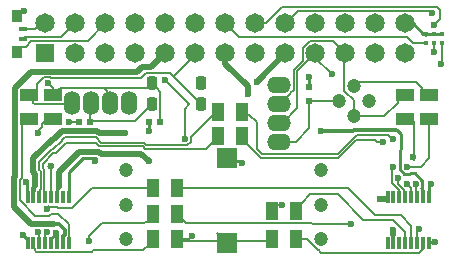
<source format=gtl>
%FSTAX23Y23*%
%MOIN*%
%SFA1B1*%

%IPPOS*%
%AMD49*
4,1,8,0.017700,-0.012800,0.017700,0.012800,0.008900,0.021700,-0.008900,0.021700,-0.017700,0.012800,-0.017700,-0.012800,-0.008900,-0.021700,0.008900,-0.021700,0.017700,-0.012800,0.0*
1,1,0.017720,0.008900,-0.012800*
1,1,0.017720,0.008900,0.012800*
1,1,0.017720,-0.008900,0.012800*
1,1,0.017720,-0.008900,-0.012800*
%
%ADD12C,0.010000*%
%ADD14C,0.006000*%
%ADD31R,0.011810X0.039370*%
%ADD32R,0.070870X0.068900*%
%ADD33R,0.040000X0.060000*%
%ADD34R,0.022000X0.023620*%
%ADD35R,0.017720X0.017720*%
%ADD36R,0.015750X0.017720*%
%ADD37R,0.031500X0.015750*%
%ADD38R,0.035430X0.039370*%
%ADD39R,0.060000X0.040000*%
%ADD40R,0.021650X0.021650*%
%ADD41C,0.014000*%
%ADD42C,0.020000*%
%ADD43C,0.012000*%
%ADD44C,0.064960*%
%ADD45R,0.064960X0.064960*%
%ADD46O,0.055120X0.078740*%
%ADD47O,0.078740X0.055120*%
%ADD48C,0.047240*%
G04~CAMADD=49~8~0.0~0.0~433.1~354.3~88.6~0.0~15~0.0~0.0~0.0~0.0~0~0.0~0.0~0.0~0.0~0~0.0~0.0~0.0~270.0~356.0~433.0*
%ADD49D49*%
%ADD50C,0.023620*%
%LNfront_flex_dev_board-1*%
%LPD*%
G54D12*
X00055Y0025D02*
X0006Y00244D01*
X01335Y0028D02*
X01352D01*
X01377Y00254*
X014Y00245D02*
X01405D01*
X01398Y00243D02*
X014Y00245D01*
X01377Y00235D02*
Y00254D01*
X01372Y0023D02*
X01377Y00235D01*
X01372Y0023D02*
X01378Y00224D01*
Y00202D02*
Y00224D01*
Y00202D02*
X01379Y00201D01*
X01303Y00293D02*
Y00358D01*
X01305Y0036*
X01335Y00279D02*
X01335Y0028D01*
X01316Y00279D02*
X01335D01*
X01303Y00293D02*
X01316Y00279D01*
X00155Y0008D02*
X00157D01*
X00139Y00062D02*
X00157Y0008D01*
X0016Y0023D02*
X00165Y00235D01*
X0016Y0021D02*
Y0023D01*
X00159Y00209D02*
X0016Y0021D01*
X00159Y00201D02*
Y00209D01*
X014Y0005D02*
X0142D01*
X01398Y00048D02*
X014Y0005D01*
X01304Y00361D02*
Y0041D01*
X01295Y0042D02*
X01304Y0041D01*
X01398Y00201D02*
Y00243D01*
X00159Y00079D02*
X0016Y0008D01*
X00159Y00048D02*
Y00079D01*
Y00048D02*
X00159Y00048D01*
X00245Y0033D02*
X0029D01*
X00198Y00283D02*
X00245Y0033D01*
X00198Y00201D02*
Y00283D01*
X0006Y00202D02*
Y00244D01*
Y00202D02*
X00061Y00201D01*
X00139Y00048D02*
Y00062D01*
X00045Y00075D02*
X00061Y00058D01*
Y00048D02*
Y00058D01*
X01385Y00745D02*
X01388Y00741D01*
X0077Y0032D02*
X00775Y00315D01*
X00735Y0032D02*
X0077D01*
X00725Y0033D02*
X00735Y0032D01*
X00725Y0033D02*
Y0033D01*
X00043Y0082D02*
X0005D01*
X00027Y00804D02*
X00043Y0082D01*
X01378Y00746D02*
X01388D01*
X01345Y0078D02*
X01378Y00746D01*
X0132Y0078D02*
X01345D01*
X0139Y00746D02*
X01415D01*
X01388Y00741D02*
Y00746D01*
X01415D02*
X01441D01*
X01Y00568D02*
Y006D01*
X00465Y0042D02*
X00466Y00421D01*
Y0045*
G54D14*
X0136Y0006D02*
Y0009D01*
X01365Y00095*
X00034Y0019D02*
X00085Y00139D01*
X00133*
X0014Y00146D02*
X00163D01*
X00133Y00139D02*
X0014Y00146D01*
X00125Y0016D02*
Y00165D01*
X0013Y0017*
X01424Y00835D02*
X01435Y00825D01*
X00857Y00782D02*
X0091Y00835D01*
X01424*
X0141Y00815D02*
X01415Y0082D01*
X0122Y0039D02*
X01225Y00385D01*
X01275Y00395D02*
X0128D01*
X01261Y00408D02*
X01275Y00395D01*
X01225Y00385D02*
X01245D01*
X01158Y00408D02*
X01261D01*
X01095Y00345D02*
X01158Y00408D01*
X0068Y00475D02*
X00695D01*
X00288Y004D02*
X00306Y00382D01*
X00185Y004D02*
X00288D01*
X00306Y00382D02*
X00449D01*
X00655Y00362D02*
X00695Y00402D01*
X00444Y0037D02*
X00452Y00362D01*
X00449Y00382D02*
X00457Y00374D01*
X00593*
X00452Y00362D02*
X00655D01*
X00605Y004D02*
X0068Y00475D01*
X00605Y00386D02*
Y004D01*
X00593Y00374D02*
X00605Y00386D01*
X00585Y00395D02*
Y00495D01*
X00034Y0019D02*
Y00258D01*
X00041Y00265D02*
Y00461D01*
X00034Y00258D02*
X00041Y00265D01*
X01274Y00249D02*
X013Y00223D01*
X01274Y00249D02*
Y00294D01*
X0128Y003*
X01295Y00265D02*
X01297Y00262D01*
Y00243D02*
Y00262D01*
Y00243D02*
X01316Y00224D01*
X01317Y00217D02*
Y00224D01*
X01316D02*
X01317D01*
X01345Y0033D02*
Y00335D01*
Y0033D02*
X0135Y00325D01*
X0134Y0005D02*
Y00105D01*
X0009Y00085D02*
X00098Y00076D01*
X0009Y00085D02*
X0009D01*
X00098Y0005D02*
Y00076D01*
Y0005D02*
X001Y00048D01*
X0012Y00073D02*
X0013Y00083D01*
X00124D02*
X0013D01*
X00163Y00146D02*
X002Y0011D01*
Y00063D02*
Y0011D01*
X0013Y0017D02*
X00133Y00167D01*
X00092Y00577D02*
X00115Y006D01*
X00138*
X0014Y00598D02*
X00438D01*
X00138Y006D02*
X0014Y00598D01*
X0013Y00305D02*
X0014D01*
X0013Y00304D02*
X0013Y00305D01*
X00265Y00055D02*
Y0007D01*
X0031Y00115*
X00589Y00116D02*
X01005D01*
X01011Y0011D02*
X0114D01*
X01005Y00116D02*
X01011Y0011D01*
X0128Y00125D02*
X0132Y00085D01*
Y00055D02*
Y00085D01*
X0118Y00125D02*
X0128D01*
X01095Y0021D02*
X0118Y00125D01*
X01305Y0014D02*
X0134Y00105D01*
X0122Y0014D02*
X01305D01*
X0113Y0023D02*
X0122Y0014D01*
X01034Y00019D02*
X01038Y00015D01*
X00993Y0006D02*
X01026Y00027D01*
X01027D02*
X01035Y0002D01*
X01026Y00027D02*
X01027D01*
X00955Y0006D02*
X00993D01*
X01374Y00025D02*
X01383Y00035D01*
X01374Y00024D02*
Y00025D01*
X01364Y00015D02*
X01374Y00024D01*
X01038Y00015D02*
X01364D01*
X01157Y0039D02*
X0122D01*
X01325Y00245D02*
X0134Y0023D01*
Y0021D02*
Y0023D01*
X01317Y00217D02*
X0132Y00215D01*
X01355Y0022D02*
Y00245D01*
Y0022D02*
X0136Y00215D01*
Y0021D02*
Y00215D01*
X01326Y00302D02*
X01327Y00301D01*
X013Y0022D02*
Y00223D01*
X01327Y00301D02*
X01371D01*
X014Y0033*
X0031Y00115D02*
X0045D01*
X00133Y00167D02*
X00159D01*
X00161Y00165*
X0021*
X00275Y0023*
X00175Y0039D02*
X00185Y004D01*
X00147Y0036D02*
X00176Y00388D01*
X00141Y0036D02*
X00147D01*
X00095Y00415D02*
Y0042D01*
X00189Y0038D02*
X0029D01*
X003Y0037D02*
X00301Y0037D01*
X0029Y0038D02*
X003Y0037D01*
X00301D02*
X00444D01*
X00157Y00348D02*
X00189Y0038D01*
X00116Y00221D02*
Y00292D01*
Y00221D02*
X00117Y0022D01*
Y00212D02*
Y0022D01*
Y00212D02*
X0012Y0021D01*
X00103Y00204D02*
Y00229D01*
X001Y00201D02*
X00103Y00204D01*
X00111Y00297D02*
X00116Y00292D01*
X00099Y00292D02*
X00104Y00287D01*
Y00229D02*
Y00287D01*
X00103Y00229D02*
X00104Y00229D01*
X0013Y00304D02*
X00139Y00294D01*
Y00201D02*
Y00294D01*
X00146Y00348D02*
X00157D01*
X00111Y00312D02*
X00146Y00348D01*
X00099Y00317D02*
X00141Y0036D01*
X00099Y00292D02*
Y00317D01*
X00111Y00297D02*
Y00312D01*
X00041Y00461D02*
X00045Y00465D01*
X00198Y00062D02*
X002Y00063D01*
X00198Y00048D02*
Y00062D01*
X0012Y00048D02*
Y00073D01*
X00274Y00019D02*
X0028Y00025D01*
X0009Y00019D02*
X00274D01*
X00085Y00024D02*
X0009Y00019D01*
X00085Y00024D02*
Y00029D01*
X00083Y00031D02*
X00085Y00029D01*
X00083Y00031D02*
Y00031D01*
X0008Y00035D02*
X00083Y00031D01*
X0008Y00035D02*
X0008D01*
X002Y0045D02*
X00231D01*
X00044Y0076D02*
X00087D01*
X0056Y00145D02*
X00589Y00116D01*
X00261Y00721D02*
X0032Y0078D01*
X00073Y00721D02*
X00261D01*
X00054Y00702D02*
X00073Y00721D01*
X00041Y00702D02*
X00054D01*
X00027Y00687D02*
X00041Y00702D01*
X00027Y00685D02*
Y00687D01*
X00173Y00733D02*
X0022Y0078D01*
X00049Y00733D02*
X00173D01*
X00044Y00729D02*
X00049Y00733D01*
X00035Y0076D02*
X00044D01*
X00107Y0078D02*
X0012D01*
X00087Y0076D02*
X00107Y0078D01*
X00035Y0076D02*
X00035Y0076D01*
X00044*
X01413Y00821D02*
X01415Y0082D01*
X00961Y00821D02*
X01413D01*
X01435Y00795D02*
Y00825D01*
X01415Y00775D02*
X01435Y00795D01*
X0092Y0078D02*
X00961Y00821D01*
X01325Y00733D02*
X01345Y00713D01*
X00766Y00733D02*
X01325D01*
X0144Y00645D02*
X01441Y00646D01*
Y00713*
X01415Y00685D02*
Y00713D01*
X00822Y00782D02*
X00857D01*
X0082Y0078D02*
X00822Y00782D01*
X0072Y0078D02*
X00766Y00733D01*
X01001Y00721D02*
X01078D01*
X00978Y00698D02*
X01001Y00721D01*
X01078D02*
X0112Y0068D01*
X01345Y00713D02*
X01388D01*
X01002Y0021D02*
X01095D01*
X00974Y00182D02*
X01002Y0021D01*
X00972Y00182D02*
X00974D01*
X00963Y00173D02*
X00972Y00182D01*
X00963Y00171D02*
Y00173D01*
X0102Y00665D02*
X01075Y0061D01*
X0102Y00665D02*
Y0068D01*
X01Y0043D02*
Y00522D01*
X009Y00385D02*
X00955D01*
X01Y0043*
X00892Y00175D02*
X0091D01*
X00875Y00158D02*
X00892Y00175D01*
X00875Y00155D02*
Y00158D01*
X00585Y00495D02*
X006Y0051D01*
X00092Y00557D02*
Y00577D01*
X00075Y0054D02*
X00092Y00557D01*
X00063Y0054D02*
X00075D01*
X00503Y0045D02*
Y00551D01*
X00492Y00563D02*
X00503Y00551D01*
X00491Y00563D02*
X00492D01*
X00475Y0058D02*
X00491Y00563D01*
X0052Y0059D02*
X006Y0051D01*
X0055Y00605D02*
X0062Y00675D01*
Y0068*
X00063Y0054D02*
X0008Y00523D01*
X00085Y0051D02*
X0021D01*
X00438Y00598D02*
X00455Y00615D01*
X0013Y0058D02*
X00145Y00565D01*
X0056Y0023D02*
X0113D01*
X00695Y00402D02*
Y00405D01*
X00565Y00055D02*
X0087D01*
X006Y0006D02*
X0061Y0007D01*
X0056Y0006D02*
X006D01*
X00948Y00559D02*
Y00625D01*
X0096Y00497D02*
Y0062D01*
X00936Y00547D02*
X00948Y00559D01*
X00936Y00546D02*
Y00547D01*
X00948Y00625D02*
X00978Y00655D01*
X009Y00511D02*
X00901D01*
X0096Y0062D02*
X0102Y0068D01*
X00901Y00511D02*
X00936Y00546D01*
X00911Y00448D02*
X0096Y00497D01*
X00535Y00615D02*
X00622Y00527D01*
X00145Y0054D02*
Y00565D01*
X00475Y0058D02*
Y0058D01*
X00978Y00655D02*
Y00698D01*
X009Y00448D02*
X00911D01*
X01117Y00556D02*
X0115Y00523D01*
X01117Y00556D02*
Y00677D01*
X0112Y0068*
X0115Y0047D02*
Y00523D01*
X01145Y00575D02*
X0115Y0057D01*
X01098Y00522D02*
X011Y0052D01*
X01Y00522D02*
X01098D01*
X01355Y00585D02*
X01374Y00565D01*
X01165Y00585D02*
X01355D01*
X0115Y0057D02*
X01165Y00585D01*
X01374Y00557D02*
Y00565D01*
Y00557D02*
X01391Y0054D01*
X014*
X0115Y0047D02*
X0125D01*
X01294Y00514*
Y00523*
X013*
X01317Y0054*
X0132*
X0135Y00325D02*
Y0045D01*
X0134Y0046D02*
X0135Y0045D01*
X0132Y0046D02*
X0134D01*
X014Y0033D02*
Y0046D01*
X0084Y0033D02*
X01095D01*
X01098Y00333*
X01099*
X01157Y0039*
X00775Y00475D02*
X008D01*
X00842Y00345D02*
X01095D01*
X0035Y00529D02*
X00351Y00528D01*
Y0051D02*
Y00528D01*
X00459Y00565D02*
X00475Y0058D01*
X00315Y00565D02*
X00459D01*
X0017D02*
X00315D01*
X0034Y00539D02*
X0035Y00529D01*
X00315Y00565D02*
X0034Y00539D01*
X00455Y00615D02*
X00535D01*
X00622Y00527D02*
X00623D01*
X0064Y0051*
Y0051D02*
Y0051D01*
X00419Y00454D02*
X00475Y0051D01*
X00272Y00454D02*
X00419D01*
X00268Y0045D02*
X00272Y00454D01*
X00268Y0045D02*
Y0051D01*
Y0045D02*
Y0045D01*
X00724Y00049D02*
X00725D01*
X00692Y0008D02*
X00724Y00049D01*
X00692Y0008D02*
Y00081D01*
X0077Y00381D02*
Y0039D01*
X00795Y00375D02*
X0084Y0033D01*
X0087Y00055D02*
X00875Y0006D01*
X00454Y00034D02*
X00463D01*
X00445Y00025D02*
X00454Y00034D01*
X0028Y00025D02*
X00445D01*
X0056Y0006D02*
X00565Y00055D01*
X00268Y0051D02*
X00273Y00515D01*
X0077Y00485D02*
X00775D01*
X008Y00475D02*
X00825Y0045D01*
Y00362D02*
Y0045D01*
Y00362D02*
X00842Y00345D01*
X00095Y0042D02*
X00109Y00434D01*
X00275Y0023D02*
X0048D01*
X0045Y00115D02*
X00454Y00119D01*
X00463*
X0048Y00136*
Y00145*
X00463Y00034D02*
X0048Y00051D01*
Y0006*
X00145Y0054D02*
X0017Y00565D01*
X0021Y00515D02*
X00225D01*
X00135Y0054D02*
X00145D01*
X0008Y00514D02*
X00085Y0051D01*
X0008Y00514D02*
Y00523D01*
X00109Y00434D02*
Y00443D01*
X00126Y0046*
X00135*
G54D31*
X00198Y00201D03*
Y00048D03*
X00179Y00201D03*
Y00048D03*
X00159Y00201D03*
Y00048D03*
X00139Y00201D03*
Y00048D03*
X0012Y00201D03*
Y00048D03*
X001Y00201D03*
Y00048D03*
X0008Y00201D03*
Y00048D03*
X00061Y00201D03*
Y00048D03*
X01261D03*
Y00201D03*
X0128Y00048D03*
Y00201D03*
X013Y00048D03*
Y00201D03*
X0132Y00048D03*
Y00201D03*
X01339Y00048D03*
Y00201D03*
X01359Y00048D03*
Y00201D03*
X01379Y00048D03*
Y00201D03*
X01398Y00048D03*
Y00201D03*
G54D32*
X00725Y0033D03*
Y00049D03*
G54D33*
X00775Y00485D03*
X00695D03*
X00775Y00405D03*
X00695D03*
X00875Y00155D03*
X00955D03*
X00875Y0006D03*
X00955D03*
X0048D03*
X0056D03*
X0048Y00145D03*
X0056D03*
X0048Y0023D03*
X0056D03*
G54D34*
X00268Y0045D03*
X00231D03*
X00466D03*
X00503D03*
G54D35*
X01388Y00713D03*
X01441D03*
Y00746D03*
X01388D03*
G54D36*
X01415Y00713D03*
Y00746D03*
G54D37*
X00044Y00729D03*
Y0076D03*
G54D38*
X00027Y00804D03*
Y00685D03*
G54D39*
X00065Y0046D03*
Y0054D03*
X00145D03*
Y0046D03*
X0132Y0054D03*
Y0046D03*
X014D03*
Y0054D03*
G54D40*
X01Y00522D03*
Y00568D03*
G54D41*
X0115Y00424D02*
X0129D01*
X01145Y0042D02*
X0115Y00424D01*
X0129D02*
X01295Y0042D01*
X01039D02*
X01145D01*
X00144Y00394D02*
X0015D01*
X0008Y00232D02*
X00085Y00237D01*
X0008Y00228D02*
Y00232D01*
Y00228D02*
X00081Y00226D01*
X0008Y0022D02*
X00081Y00221D01*
Y00226*
G54D42*
X00015Y00169D02*
X00073Y00111D01*
X00015Y00169D02*
Y00266D01*
X0002Y00271D02*
Y0043D01*
X00015Y00266D02*
X0002Y00271D01*
X00142Y00112D02*
X00145Y0011D01*
X00083Y00112D02*
X00142D01*
X00081Y00111D02*
X00083Y00112D01*
X00073Y00111D02*
X00081D01*
X00019Y00566D02*
X00072Y00619D01*
X00146*
X00148Y00617D02*
X00426D01*
X00146Y00619D02*
X00148Y00617D01*
X01235Y00195D02*
X01258D01*
X0128Y00077D02*
X0128Y00076D01*
X0128Y00077D02*
Y0009D01*
X0008Y0033D02*
X00144Y00394D01*
X00165Y00235D02*
Y00285D01*
X00231Y00351D02*
X00298D01*
X00165Y00285D02*
X00231Y00351D01*
X00298D02*
X00304Y00345D01*
X0008Y00284D02*
X00085Y00279D01*
Y00237D02*
Y00279D01*
X0008Y00284D02*
Y0033D01*
X0015Y00395D02*
X00177Y00422D01*
X00293*
X003Y00415*
X00385*
X0015Y00395D02*
X0015Y00394D01*
X00795Y00545D02*
Y0057D01*
X0072Y00645D02*
X00795Y0057D01*
X0072Y00645D02*
Y0068D01*
X00304Y00345D02*
X0044D01*
X00465Y0032*
X00019Y00431D02*
X0002Y0043D01*
X00019Y00431D02*
Y00566D01*
X00426Y00617D02*
X00442Y00634D01*
X00473*
X0052Y0068*
X00825Y00585D02*
X0092Y0068D01*
X00825Y00585D02*
Y00585D01*
G54D43*
X00165Y0011D02*
X00184Y0009D01*
Y00076D02*
Y0009D01*
X0018Y00065D02*
Y00072D01*
X00184Y00076*
X00145Y0011D02*
X00165D01*
X0018Y00065D02*
X0018Y00065D01*
G54D44*
X0132Y0078D03*
Y0068D03*
X0122Y0078D03*
Y0068D03*
X0112Y0078D03*
Y0068D03*
X0102Y0078D03*
Y0068D03*
X0092Y0078D03*
Y0068D03*
X0082Y0078D03*
Y0068D03*
X0072Y0078D03*
Y0068D03*
X0062Y0078D03*
Y0068D03*
X0052Y0078D03*
Y0068D03*
X0042Y0078D03*
Y0068D03*
X0032Y0078D03*
Y0068D03*
X0022Y0078D03*
Y0068D03*
X0012Y0078D03*
G54D45*
X0012Y0068D03*
G54D46*
X00399Y00515D03*
X00336D03*
X00273D03*
X0021D03*
G54D47*
X009Y00385D03*
Y00448D03*
Y00511D03*
Y00574D03*
G54D48*
X012Y0052D03*
X0115Y0057D03*
X011Y0052D03*
X0115Y0047D03*
X01039Y00175D03*
X0039D03*
X0039Y0006D03*
X0104D03*
X01039Y0029D03*
X0039D03*
G54D49*
X00475Y0051D03*
X0064D03*
X00475Y0058D03*
X0064D03*
G54D50*
X00285Y0032D03*
X01365Y00095D03*
X00125Y0016D03*
X0141Y00815D03*
X0128Y00395D03*
X01245Y00385D03*
X00585Y00395D03*
X00055Y0025D03*
X01405Y00245D03*
X01295Y00265D03*
X01345Y00335D03*
X00155Y0008D03*
X00094Y00085D03*
X00124Y00083D03*
X00145Y0011D03*
X0014Y00305D03*
X00265Y00055D03*
X0142Y0005D03*
X01235Y00195D03*
X0114Y0011D03*
X0128Y0009D03*
X01325Y00245D03*
X01355D03*
X01326Y00302D03*
X0128Y003D03*
X00095Y00415D03*
X00045Y00075D03*
X00385Y00415D03*
X002Y0045D03*
X00775Y00315D03*
X0005Y0082D03*
X0144Y00645D03*
X01415Y00685D03*
Y00775D03*
X01039Y0042D03*
X01075Y0061D03*
X0091Y00175D03*
X00795Y00545D03*
X0052Y0059D03*
X0013Y0058D03*
X0061Y0007D03*
X00825Y00585D03*
X01Y006D03*
X00465Y0032D03*
Y0042D03*
M02*
</source>
